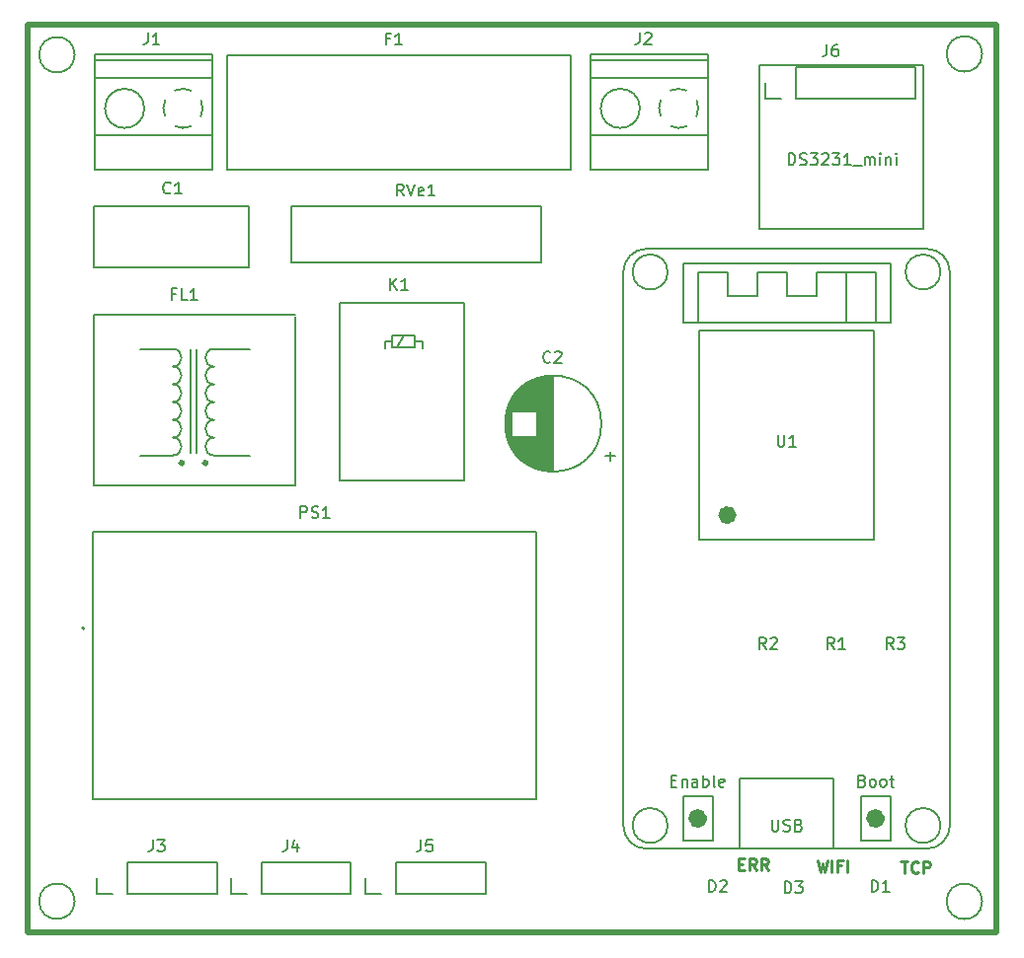
<source format=gto>
%TF.GenerationSoftware,KiCad,Pcbnew,7.0.2-6a45011f42~172~ubuntu22.10.1*%
%TF.CreationDate,2023-05-26T16:24:23+05:00*%
%TF.ProjectId,IOTV,494f5456-2e6b-4696-9361-645f70636258,rev?*%
%TF.SameCoordinates,Original*%
%TF.FileFunction,Legend,Top*%
%TF.FilePolarity,Positive*%
%FSLAX46Y46*%
G04 Gerber Fmt 4.6, Leading zero omitted, Abs format (unit mm)*
G04 Created by KiCad (PCBNEW 7.0.2-6a45011f42~172~ubuntu22.10.1) date 2023-05-26 16:24:23*
%MOMM*%
%LPD*%
G01*
G04 APERTURE LIST*
%ADD10C,0.150000*%
%ADD11C,0.250000*%
%ADD12C,0.200000*%
%ADD13C,1.000000*%
%ADD14C,0.800000*%
%ADD15C,0.120000*%
%ADD16C,0.400000*%
%TA.AperFunction,Profile*%
%ADD17C,0.150000*%
%TD*%
%TA.AperFunction,Profile*%
%ADD18C,0.500000*%
%TD*%
G04 APERTURE END LIST*
D10*
X164394000Y-65704000D02*
X164394000Y-51704000D01*
X178394000Y-51704000D02*
X178394000Y-65704000D01*
X164394000Y-51704000D02*
X178394000Y-51704000D01*
X178394000Y-65704000D02*
X164394000Y-65704000D01*
D11*
X162615714Y-120257809D02*
X162949047Y-120257809D01*
X163091904Y-120781619D02*
X162615714Y-120781619D01*
X162615714Y-120781619D02*
X162615714Y-119781619D01*
X162615714Y-119781619D02*
X163091904Y-119781619D01*
X164091904Y-120781619D02*
X163758571Y-120305428D01*
X163520476Y-120781619D02*
X163520476Y-119781619D01*
X163520476Y-119781619D02*
X163901428Y-119781619D01*
X163901428Y-119781619D02*
X163996666Y-119829238D01*
X163996666Y-119829238D02*
X164044285Y-119876857D01*
X164044285Y-119876857D02*
X164091904Y-119972095D01*
X164091904Y-119972095D02*
X164091904Y-120114952D01*
X164091904Y-120114952D02*
X164044285Y-120210190D01*
X164044285Y-120210190D02*
X163996666Y-120257809D01*
X163996666Y-120257809D02*
X163901428Y-120305428D01*
X163901428Y-120305428D02*
X163520476Y-120305428D01*
X165091904Y-120781619D02*
X164758571Y-120305428D01*
X164520476Y-120781619D02*
X164520476Y-119781619D01*
X164520476Y-119781619D02*
X164901428Y-119781619D01*
X164901428Y-119781619D02*
X164996666Y-119829238D01*
X164996666Y-119829238D02*
X165044285Y-119876857D01*
X165044285Y-119876857D02*
X165091904Y-119972095D01*
X165091904Y-119972095D02*
X165091904Y-120114952D01*
X165091904Y-120114952D02*
X165044285Y-120210190D01*
X165044285Y-120210190D02*
X164996666Y-120257809D01*
X164996666Y-120257809D02*
X164901428Y-120305428D01*
X164901428Y-120305428D02*
X164520476Y-120305428D01*
X176514286Y-120035619D02*
X177085714Y-120035619D01*
X176800000Y-121035619D02*
X176800000Y-120035619D01*
X177990476Y-120940380D02*
X177942857Y-120988000D01*
X177942857Y-120988000D02*
X177800000Y-121035619D01*
X177800000Y-121035619D02*
X177704762Y-121035619D01*
X177704762Y-121035619D02*
X177561905Y-120988000D01*
X177561905Y-120988000D02*
X177466667Y-120892761D01*
X177466667Y-120892761D02*
X177419048Y-120797523D01*
X177419048Y-120797523D02*
X177371429Y-120607047D01*
X177371429Y-120607047D02*
X177371429Y-120464190D01*
X177371429Y-120464190D02*
X177419048Y-120273714D01*
X177419048Y-120273714D02*
X177466667Y-120178476D01*
X177466667Y-120178476D02*
X177561905Y-120083238D01*
X177561905Y-120083238D02*
X177704762Y-120035619D01*
X177704762Y-120035619D02*
X177800000Y-120035619D01*
X177800000Y-120035619D02*
X177942857Y-120083238D01*
X177942857Y-120083238D02*
X177990476Y-120130857D01*
X178419048Y-121035619D02*
X178419048Y-120035619D01*
X178419048Y-120035619D02*
X178800000Y-120035619D01*
X178800000Y-120035619D02*
X178895238Y-120083238D01*
X178895238Y-120083238D02*
X178942857Y-120130857D01*
X178942857Y-120130857D02*
X178990476Y-120226095D01*
X178990476Y-120226095D02*
X178990476Y-120368952D01*
X178990476Y-120368952D02*
X178942857Y-120464190D01*
X178942857Y-120464190D02*
X178895238Y-120511809D01*
X178895238Y-120511809D02*
X178800000Y-120559428D01*
X178800000Y-120559428D02*
X178419048Y-120559428D01*
X169346667Y-119911619D02*
X169584762Y-120911619D01*
X169584762Y-120911619D02*
X169775238Y-120197333D01*
X169775238Y-120197333D02*
X169965714Y-120911619D01*
X169965714Y-120911619D02*
X170203810Y-119911619D01*
X170584762Y-120911619D02*
X170584762Y-119911619D01*
X171394285Y-120387809D02*
X171060952Y-120387809D01*
X171060952Y-120911619D02*
X171060952Y-119911619D01*
X171060952Y-119911619D02*
X171537142Y-119911619D01*
X171918095Y-120911619D02*
X171918095Y-119911619D01*
D10*
X166881753Y-60254219D02*
X166881753Y-59254219D01*
X166881753Y-59254219D02*
X167119848Y-59254219D01*
X167119848Y-59254219D02*
X167262705Y-59301838D01*
X167262705Y-59301838D02*
X167357943Y-59397076D01*
X167357943Y-59397076D02*
X167405562Y-59492314D01*
X167405562Y-59492314D02*
X167453181Y-59682790D01*
X167453181Y-59682790D02*
X167453181Y-59825647D01*
X167453181Y-59825647D02*
X167405562Y-60016123D01*
X167405562Y-60016123D02*
X167357943Y-60111361D01*
X167357943Y-60111361D02*
X167262705Y-60206600D01*
X167262705Y-60206600D02*
X167119848Y-60254219D01*
X167119848Y-60254219D02*
X166881753Y-60254219D01*
X167834134Y-60206600D02*
X167976991Y-60254219D01*
X167976991Y-60254219D02*
X168215086Y-60254219D01*
X168215086Y-60254219D02*
X168310324Y-60206600D01*
X168310324Y-60206600D02*
X168357943Y-60158980D01*
X168357943Y-60158980D02*
X168405562Y-60063742D01*
X168405562Y-60063742D02*
X168405562Y-59968504D01*
X168405562Y-59968504D02*
X168357943Y-59873266D01*
X168357943Y-59873266D02*
X168310324Y-59825647D01*
X168310324Y-59825647D02*
X168215086Y-59778028D01*
X168215086Y-59778028D02*
X168024610Y-59730409D01*
X168024610Y-59730409D02*
X167929372Y-59682790D01*
X167929372Y-59682790D02*
X167881753Y-59635171D01*
X167881753Y-59635171D02*
X167834134Y-59539933D01*
X167834134Y-59539933D02*
X167834134Y-59444695D01*
X167834134Y-59444695D02*
X167881753Y-59349457D01*
X167881753Y-59349457D02*
X167929372Y-59301838D01*
X167929372Y-59301838D02*
X168024610Y-59254219D01*
X168024610Y-59254219D02*
X168262705Y-59254219D01*
X168262705Y-59254219D02*
X168405562Y-59301838D01*
X168738896Y-59254219D02*
X169357943Y-59254219D01*
X169357943Y-59254219D02*
X169024610Y-59635171D01*
X169024610Y-59635171D02*
X169167467Y-59635171D01*
X169167467Y-59635171D02*
X169262705Y-59682790D01*
X169262705Y-59682790D02*
X169310324Y-59730409D01*
X169310324Y-59730409D02*
X169357943Y-59825647D01*
X169357943Y-59825647D02*
X169357943Y-60063742D01*
X169357943Y-60063742D02*
X169310324Y-60158980D01*
X169310324Y-60158980D02*
X169262705Y-60206600D01*
X169262705Y-60206600D02*
X169167467Y-60254219D01*
X169167467Y-60254219D02*
X168881753Y-60254219D01*
X168881753Y-60254219D02*
X168786515Y-60206600D01*
X168786515Y-60206600D02*
X168738896Y-60158980D01*
X169738896Y-59349457D02*
X169786515Y-59301838D01*
X169786515Y-59301838D02*
X169881753Y-59254219D01*
X169881753Y-59254219D02*
X170119848Y-59254219D01*
X170119848Y-59254219D02*
X170215086Y-59301838D01*
X170215086Y-59301838D02*
X170262705Y-59349457D01*
X170262705Y-59349457D02*
X170310324Y-59444695D01*
X170310324Y-59444695D02*
X170310324Y-59539933D01*
X170310324Y-59539933D02*
X170262705Y-59682790D01*
X170262705Y-59682790D02*
X169691277Y-60254219D01*
X169691277Y-60254219D02*
X170310324Y-60254219D01*
X170643658Y-59254219D02*
X171262705Y-59254219D01*
X171262705Y-59254219D02*
X170929372Y-59635171D01*
X170929372Y-59635171D02*
X171072229Y-59635171D01*
X171072229Y-59635171D02*
X171167467Y-59682790D01*
X171167467Y-59682790D02*
X171215086Y-59730409D01*
X171215086Y-59730409D02*
X171262705Y-59825647D01*
X171262705Y-59825647D02*
X171262705Y-60063742D01*
X171262705Y-60063742D02*
X171215086Y-60158980D01*
X171215086Y-60158980D02*
X171167467Y-60206600D01*
X171167467Y-60206600D02*
X171072229Y-60254219D01*
X171072229Y-60254219D02*
X170786515Y-60254219D01*
X170786515Y-60254219D02*
X170691277Y-60206600D01*
X170691277Y-60206600D02*
X170643658Y-60158980D01*
X172215086Y-60254219D02*
X171643658Y-60254219D01*
X171929372Y-60254219D02*
X171929372Y-59254219D01*
X171929372Y-59254219D02*
X171834134Y-59397076D01*
X171834134Y-59397076D02*
X171738896Y-59492314D01*
X171738896Y-59492314D02*
X171643658Y-59539933D01*
X172405563Y-60349457D02*
X173167467Y-60349457D01*
X173405563Y-60254219D02*
X173405563Y-59587552D01*
X173405563Y-59682790D02*
X173453182Y-59635171D01*
X173453182Y-59635171D02*
X173548420Y-59587552D01*
X173548420Y-59587552D02*
X173691277Y-59587552D01*
X173691277Y-59587552D02*
X173786515Y-59635171D01*
X173786515Y-59635171D02*
X173834134Y-59730409D01*
X173834134Y-59730409D02*
X173834134Y-60254219D01*
X173834134Y-59730409D02*
X173881753Y-59635171D01*
X173881753Y-59635171D02*
X173976991Y-59587552D01*
X173976991Y-59587552D02*
X174119848Y-59587552D01*
X174119848Y-59587552D02*
X174215087Y-59635171D01*
X174215087Y-59635171D02*
X174262706Y-59730409D01*
X174262706Y-59730409D02*
X174262706Y-60254219D01*
X174738896Y-60254219D02*
X174738896Y-59587552D01*
X174738896Y-59254219D02*
X174691277Y-59301838D01*
X174691277Y-59301838D02*
X174738896Y-59349457D01*
X174738896Y-59349457D02*
X174786515Y-59301838D01*
X174786515Y-59301838D02*
X174738896Y-59254219D01*
X174738896Y-59254219D02*
X174738896Y-59349457D01*
X175215086Y-59587552D02*
X175215086Y-60254219D01*
X175215086Y-59682790D02*
X175262705Y-59635171D01*
X175262705Y-59635171D02*
X175357943Y-59587552D01*
X175357943Y-59587552D02*
X175500800Y-59587552D01*
X175500800Y-59587552D02*
X175596038Y-59635171D01*
X175596038Y-59635171D02*
X175643657Y-59730409D01*
X175643657Y-59730409D02*
X175643657Y-60254219D01*
X176119848Y-60254219D02*
X176119848Y-59587552D01*
X176119848Y-59254219D02*
X176072229Y-59301838D01*
X176072229Y-59301838D02*
X176119848Y-59349457D01*
X176119848Y-59349457D02*
X176167467Y-59301838D01*
X176167467Y-59301838D02*
X176119848Y-59254219D01*
X176119848Y-59254219D02*
X176119848Y-59349457D01*
%TO.C,C1*%
X113877333Y-62641380D02*
X113829714Y-62689000D01*
X113829714Y-62689000D02*
X113686857Y-62736619D01*
X113686857Y-62736619D02*
X113591619Y-62736619D01*
X113591619Y-62736619D02*
X113448762Y-62689000D01*
X113448762Y-62689000D02*
X113353524Y-62593761D01*
X113353524Y-62593761D02*
X113305905Y-62498523D01*
X113305905Y-62498523D02*
X113258286Y-62308047D01*
X113258286Y-62308047D02*
X113258286Y-62165190D01*
X113258286Y-62165190D02*
X113305905Y-61974714D01*
X113305905Y-61974714D02*
X113353524Y-61879476D01*
X113353524Y-61879476D02*
X113448762Y-61784238D01*
X113448762Y-61784238D02*
X113591619Y-61736619D01*
X113591619Y-61736619D02*
X113686857Y-61736619D01*
X113686857Y-61736619D02*
X113829714Y-61784238D01*
X113829714Y-61784238D02*
X113877333Y-61831857D01*
X114829714Y-62736619D02*
X114258286Y-62736619D01*
X114544000Y-62736619D02*
X114544000Y-61736619D01*
X114544000Y-61736619D02*
X114448762Y-61879476D01*
X114448762Y-61879476D02*
X114353524Y-61974714D01*
X114353524Y-61974714D02*
X114258286Y-62022333D01*
%TO.C,D2*%
X160043905Y-122636619D02*
X160043905Y-121636619D01*
X160043905Y-121636619D02*
X160282000Y-121636619D01*
X160282000Y-121636619D02*
X160424857Y-121684238D01*
X160424857Y-121684238D02*
X160520095Y-121779476D01*
X160520095Y-121779476D02*
X160567714Y-121874714D01*
X160567714Y-121874714D02*
X160615333Y-122065190D01*
X160615333Y-122065190D02*
X160615333Y-122208047D01*
X160615333Y-122208047D02*
X160567714Y-122398523D01*
X160567714Y-122398523D02*
X160520095Y-122493761D01*
X160520095Y-122493761D02*
X160424857Y-122589000D01*
X160424857Y-122589000D02*
X160282000Y-122636619D01*
X160282000Y-122636619D02*
X160043905Y-122636619D01*
X160996286Y-121731857D02*
X161043905Y-121684238D01*
X161043905Y-121684238D02*
X161139143Y-121636619D01*
X161139143Y-121636619D02*
X161377238Y-121636619D01*
X161377238Y-121636619D02*
X161472476Y-121684238D01*
X161472476Y-121684238D02*
X161520095Y-121731857D01*
X161520095Y-121731857D02*
X161567714Y-121827095D01*
X161567714Y-121827095D02*
X161567714Y-121922333D01*
X161567714Y-121922333D02*
X161520095Y-122065190D01*
X161520095Y-122065190D02*
X160948667Y-122636619D01*
X160948667Y-122636619D02*
X161567714Y-122636619D01*
%TO.C,J3*%
X112360666Y-118166619D02*
X112360666Y-118880904D01*
X112360666Y-118880904D02*
X112313047Y-119023761D01*
X112313047Y-119023761D02*
X112217809Y-119119000D01*
X112217809Y-119119000D02*
X112074952Y-119166619D01*
X112074952Y-119166619D02*
X111979714Y-119166619D01*
X112741619Y-118166619D02*
X113360666Y-118166619D01*
X113360666Y-118166619D02*
X113027333Y-118547571D01*
X113027333Y-118547571D02*
X113170190Y-118547571D01*
X113170190Y-118547571D02*
X113265428Y-118595190D01*
X113265428Y-118595190D02*
X113313047Y-118642809D01*
X113313047Y-118642809D02*
X113360666Y-118738047D01*
X113360666Y-118738047D02*
X113360666Y-118976142D01*
X113360666Y-118976142D02*
X113313047Y-119071380D01*
X113313047Y-119071380D02*
X113265428Y-119119000D01*
X113265428Y-119119000D02*
X113170190Y-119166619D01*
X113170190Y-119166619D02*
X112884476Y-119166619D01*
X112884476Y-119166619D02*
X112789238Y-119119000D01*
X112789238Y-119119000D02*
X112741619Y-119071380D01*
%TO.C,J5*%
X135360666Y-118166619D02*
X135360666Y-118880904D01*
X135360666Y-118880904D02*
X135313047Y-119023761D01*
X135313047Y-119023761D02*
X135217809Y-119119000D01*
X135217809Y-119119000D02*
X135074952Y-119166619D01*
X135074952Y-119166619D02*
X134979714Y-119166619D01*
X136313047Y-118166619D02*
X135836857Y-118166619D01*
X135836857Y-118166619D02*
X135789238Y-118642809D01*
X135789238Y-118642809D02*
X135836857Y-118595190D01*
X135836857Y-118595190D02*
X135932095Y-118547571D01*
X135932095Y-118547571D02*
X136170190Y-118547571D01*
X136170190Y-118547571D02*
X136265428Y-118595190D01*
X136265428Y-118595190D02*
X136313047Y-118642809D01*
X136313047Y-118642809D02*
X136360666Y-118738047D01*
X136360666Y-118738047D02*
X136360666Y-118976142D01*
X136360666Y-118976142D02*
X136313047Y-119071380D01*
X136313047Y-119071380D02*
X136265428Y-119119000D01*
X136265428Y-119119000D02*
X136170190Y-119166619D01*
X136170190Y-119166619D02*
X135932095Y-119166619D01*
X135932095Y-119166619D02*
X135836857Y-119119000D01*
X135836857Y-119119000D02*
X135789238Y-119071380D01*
%TO.C,R3*%
X175855333Y-101808619D02*
X175522000Y-101332428D01*
X175283905Y-101808619D02*
X175283905Y-100808619D01*
X175283905Y-100808619D02*
X175664857Y-100808619D01*
X175664857Y-100808619D02*
X175760095Y-100856238D01*
X175760095Y-100856238D02*
X175807714Y-100903857D01*
X175807714Y-100903857D02*
X175855333Y-100999095D01*
X175855333Y-100999095D02*
X175855333Y-101141952D01*
X175855333Y-101141952D02*
X175807714Y-101237190D01*
X175807714Y-101237190D02*
X175760095Y-101284809D01*
X175760095Y-101284809D02*
X175664857Y-101332428D01*
X175664857Y-101332428D02*
X175283905Y-101332428D01*
X176188667Y-100808619D02*
X176807714Y-100808619D01*
X176807714Y-100808619D02*
X176474381Y-101189571D01*
X176474381Y-101189571D02*
X176617238Y-101189571D01*
X176617238Y-101189571D02*
X176712476Y-101237190D01*
X176712476Y-101237190D02*
X176760095Y-101284809D01*
X176760095Y-101284809D02*
X176807714Y-101380047D01*
X176807714Y-101380047D02*
X176807714Y-101618142D01*
X176807714Y-101618142D02*
X176760095Y-101713380D01*
X176760095Y-101713380D02*
X176712476Y-101761000D01*
X176712476Y-101761000D02*
X176617238Y-101808619D01*
X176617238Y-101808619D02*
X176331524Y-101808619D01*
X176331524Y-101808619D02*
X176236286Y-101761000D01*
X176236286Y-101761000D02*
X176188667Y-101713380D01*
%TO.C,F1*%
X132661666Y-49416809D02*
X132328333Y-49416809D01*
X132328333Y-49940619D02*
X132328333Y-48940619D01*
X132328333Y-48940619D02*
X132804523Y-48940619D01*
X133709285Y-49940619D02*
X133137857Y-49940619D01*
X133423571Y-49940619D02*
X133423571Y-48940619D01*
X133423571Y-48940619D02*
X133328333Y-49083476D01*
X133328333Y-49083476D02*
X133233095Y-49178714D01*
X133233095Y-49178714D02*
X133137857Y-49226333D01*
%TO.C,PS1*%
X125023714Y-90556419D02*
X125023714Y-89556419D01*
X125023714Y-89556419D02*
X125404666Y-89556419D01*
X125404666Y-89556419D02*
X125499904Y-89604038D01*
X125499904Y-89604038D02*
X125547523Y-89651657D01*
X125547523Y-89651657D02*
X125595142Y-89746895D01*
X125595142Y-89746895D02*
X125595142Y-89889752D01*
X125595142Y-89889752D02*
X125547523Y-89984990D01*
X125547523Y-89984990D02*
X125499904Y-90032609D01*
X125499904Y-90032609D02*
X125404666Y-90080228D01*
X125404666Y-90080228D02*
X125023714Y-90080228D01*
X125976095Y-90508800D02*
X126118952Y-90556419D01*
X126118952Y-90556419D02*
X126357047Y-90556419D01*
X126357047Y-90556419D02*
X126452285Y-90508800D01*
X126452285Y-90508800D02*
X126499904Y-90461180D01*
X126499904Y-90461180D02*
X126547523Y-90365942D01*
X126547523Y-90365942D02*
X126547523Y-90270704D01*
X126547523Y-90270704D02*
X126499904Y-90175466D01*
X126499904Y-90175466D02*
X126452285Y-90127847D01*
X126452285Y-90127847D02*
X126357047Y-90080228D01*
X126357047Y-90080228D02*
X126166571Y-90032609D01*
X126166571Y-90032609D02*
X126071333Y-89984990D01*
X126071333Y-89984990D02*
X126023714Y-89937371D01*
X126023714Y-89937371D02*
X125976095Y-89842133D01*
X125976095Y-89842133D02*
X125976095Y-89746895D01*
X125976095Y-89746895D02*
X126023714Y-89651657D01*
X126023714Y-89651657D02*
X126071333Y-89604038D01*
X126071333Y-89604038D02*
X126166571Y-89556419D01*
X126166571Y-89556419D02*
X126404666Y-89556419D01*
X126404666Y-89556419D02*
X126547523Y-89604038D01*
X127499904Y-90556419D02*
X126928476Y-90556419D01*
X127214190Y-90556419D02*
X127214190Y-89556419D01*
X127214190Y-89556419D02*
X127118952Y-89699276D01*
X127118952Y-89699276D02*
X127023714Y-89794514D01*
X127023714Y-89794514D02*
X126928476Y-89842133D01*
%TO.C,D1*%
X173991905Y-122626619D02*
X173991905Y-121626619D01*
X173991905Y-121626619D02*
X174230000Y-121626619D01*
X174230000Y-121626619D02*
X174372857Y-121674238D01*
X174372857Y-121674238D02*
X174468095Y-121769476D01*
X174468095Y-121769476D02*
X174515714Y-121864714D01*
X174515714Y-121864714D02*
X174563333Y-122055190D01*
X174563333Y-122055190D02*
X174563333Y-122198047D01*
X174563333Y-122198047D02*
X174515714Y-122388523D01*
X174515714Y-122388523D02*
X174468095Y-122483761D01*
X174468095Y-122483761D02*
X174372857Y-122579000D01*
X174372857Y-122579000D02*
X174230000Y-122626619D01*
X174230000Y-122626619D02*
X173991905Y-122626619D01*
X175515714Y-122626619D02*
X174944286Y-122626619D01*
X175230000Y-122626619D02*
X175230000Y-121626619D01*
X175230000Y-121626619D02*
X175134762Y-121769476D01*
X175134762Y-121769476D02*
X175039524Y-121864714D01*
X175039524Y-121864714D02*
X174944286Y-121912333D01*
%TO.C,R2*%
X164933333Y-101808619D02*
X164600000Y-101332428D01*
X164361905Y-101808619D02*
X164361905Y-100808619D01*
X164361905Y-100808619D02*
X164742857Y-100808619D01*
X164742857Y-100808619D02*
X164838095Y-100856238D01*
X164838095Y-100856238D02*
X164885714Y-100903857D01*
X164885714Y-100903857D02*
X164933333Y-100999095D01*
X164933333Y-100999095D02*
X164933333Y-101141952D01*
X164933333Y-101141952D02*
X164885714Y-101237190D01*
X164885714Y-101237190D02*
X164838095Y-101284809D01*
X164838095Y-101284809D02*
X164742857Y-101332428D01*
X164742857Y-101332428D02*
X164361905Y-101332428D01*
X165314286Y-100903857D02*
X165361905Y-100856238D01*
X165361905Y-100856238D02*
X165457143Y-100808619D01*
X165457143Y-100808619D02*
X165695238Y-100808619D01*
X165695238Y-100808619D02*
X165790476Y-100856238D01*
X165790476Y-100856238D02*
X165838095Y-100903857D01*
X165838095Y-100903857D02*
X165885714Y-100999095D01*
X165885714Y-100999095D02*
X165885714Y-101094333D01*
X165885714Y-101094333D02*
X165838095Y-101237190D01*
X165838095Y-101237190D02*
X165266667Y-101808619D01*
X165266667Y-101808619D02*
X165885714Y-101808619D01*
%TO.C,J1*%
X111919666Y-48916619D02*
X111919666Y-49630904D01*
X111919666Y-49630904D02*
X111872047Y-49773761D01*
X111872047Y-49773761D02*
X111776809Y-49869000D01*
X111776809Y-49869000D02*
X111633952Y-49916619D01*
X111633952Y-49916619D02*
X111538714Y-49916619D01*
X112919666Y-49916619D02*
X112348238Y-49916619D01*
X112633952Y-49916619D02*
X112633952Y-48916619D01*
X112633952Y-48916619D02*
X112538714Y-49059476D01*
X112538714Y-49059476D02*
X112443476Y-49154714D01*
X112443476Y-49154714D02*
X112348238Y-49202333D01*
%TO.C,J4*%
X123860666Y-118166619D02*
X123860666Y-118880904D01*
X123860666Y-118880904D02*
X123813047Y-119023761D01*
X123813047Y-119023761D02*
X123717809Y-119119000D01*
X123717809Y-119119000D02*
X123574952Y-119166619D01*
X123574952Y-119166619D02*
X123479714Y-119166619D01*
X124765428Y-118499952D02*
X124765428Y-119166619D01*
X124527333Y-118119000D02*
X124289238Y-118833285D01*
X124289238Y-118833285D02*
X124908285Y-118833285D01*
%TO.C,U1*%
X165938295Y-83414819D02*
X165938295Y-84224342D01*
X165938295Y-84224342D02*
X165985914Y-84319580D01*
X165985914Y-84319580D02*
X166033533Y-84367200D01*
X166033533Y-84367200D02*
X166128771Y-84414819D01*
X166128771Y-84414819D02*
X166319247Y-84414819D01*
X166319247Y-84414819D02*
X166414485Y-84367200D01*
X166414485Y-84367200D02*
X166462104Y-84319580D01*
X166462104Y-84319580D02*
X166509723Y-84224342D01*
X166509723Y-84224342D02*
X166509723Y-83414819D01*
X167509723Y-84414819D02*
X166938295Y-84414819D01*
X167224009Y-84414819D02*
X167224009Y-83414819D01*
X167224009Y-83414819D02*
X167128771Y-83557676D01*
X167128771Y-83557676D02*
X167033533Y-83652914D01*
X167033533Y-83652914D02*
X166938295Y-83700533D01*
X165438295Y-116434819D02*
X165438295Y-117244342D01*
X165438295Y-117244342D02*
X165485914Y-117339580D01*
X165485914Y-117339580D02*
X165533533Y-117387200D01*
X165533533Y-117387200D02*
X165628771Y-117434819D01*
X165628771Y-117434819D02*
X165819247Y-117434819D01*
X165819247Y-117434819D02*
X165914485Y-117387200D01*
X165914485Y-117387200D02*
X165962104Y-117339580D01*
X165962104Y-117339580D02*
X166009723Y-117244342D01*
X166009723Y-117244342D02*
X166009723Y-116434819D01*
X166438295Y-117387200D02*
X166581152Y-117434819D01*
X166581152Y-117434819D02*
X166819247Y-117434819D01*
X166819247Y-117434819D02*
X166914485Y-117387200D01*
X166914485Y-117387200D02*
X166962104Y-117339580D01*
X166962104Y-117339580D02*
X167009723Y-117244342D01*
X167009723Y-117244342D02*
X167009723Y-117149104D01*
X167009723Y-117149104D02*
X166962104Y-117053866D01*
X166962104Y-117053866D02*
X166914485Y-117006247D01*
X166914485Y-117006247D02*
X166819247Y-116958628D01*
X166819247Y-116958628D02*
X166628771Y-116911009D01*
X166628771Y-116911009D02*
X166533533Y-116863390D01*
X166533533Y-116863390D02*
X166485914Y-116815771D01*
X166485914Y-116815771D02*
X166438295Y-116720533D01*
X166438295Y-116720533D02*
X166438295Y-116625295D01*
X166438295Y-116625295D02*
X166485914Y-116530057D01*
X166485914Y-116530057D02*
X166533533Y-116482438D01*
X166533533Y-116482438D02*
X166628771Y-116434819D01*
X166628771Y-116434819D02*
X166866866Y-116434819D01*
X166866866Y-116434819D02*
X167009723Y-116482438D01*
X167771628Y-116911009D02*
X167914485Y-116958628D01*
X167914485Y-116958628D02*
X167962104Y-117006247D01*
X167962104Y-117006247D02*
X168009723Y-117101485D01*
X168009723Y-117101485D02*
X168009723Y-117244342D01*
X168009723Y-117244342D02*
X167962104Y-117339580D01*
X167962104Y-117339580D02*
X167914485Y-117387200D01*
X167914485Y-117387200D02*
X167819247Y-117434819D01*
X167819247Y-117434819D02*
X167438295Y-117434819D01*
X167438295Y-117434819D02*
X167438295Y-116434819D01*
X167438295Y-116434819D02*
X167771628Y-116434819D01*
X167771628Y-116434819D02*
X167866866Y-116482438D01*
X167866866Y-116482438D02*
X167914485Y-116530057D01*
X167914485Y-116530057D02*
X167962104Y-116625295D01*
X167962104Y-116625295D02*
X167962104Y-116720533D01*
X167962104Y-116720533D02*
X167914485Y-116815771D01*
X167914485Y-116815771D02*
X167866866Y-116863390D01*
X167866866Y-116863390D02*
X167771628Y-116911009D01*
X167771628Y-116911009D02*
X167438295Y-116911009D01*
X156818295Y-113101009D02*
X157151628Y-113101009D01*
X157294485Y-113624819D02*
X156818295Y-113624819D01*
X156818295Y-113624819D02*
X156818295Y-112624819D01*
X156818295Y-112624819D02*
X157294485Y-112624819D01*
X157723057Y-112958152D02*
X157723057Y-113624819D01*
X157723057Y-113053390D02*
X157770676Y-113005771D01*
X157770676Y-113005771D02*
X157865914Y-112958152D01*
X157865914Y-112958152D02*
X158008771Y-112958152D01*
X158008771Y-112958152D02*
X158104009Y-113005771D01*
X158104009Y-113005771D02*
X158151628Y-113101009D01*
X158151628Y-113101009D02*
X158151628Y-113624819D01*
X159056390Y-113624819D02*
X159056390Y-113101009D01*
X159056390Y-113101009D02*
X159008771Y-113005771D01*
X159008771Y-113005771D02*
X158913533Y-112958152D01*
X158913533Y-112958152D02*
X158723057Y-112958152D01*
X158723057Y-112958152D02*
X158627819Y-113005771D01*
X159056390Y-113577200D02*
X158961152Y-113624819D01*
X158961152Y-113624819D02*
X158723057Y-113624819D01*
X158723057Y-113624819D02*
X158627819Y-113577200D01*
X158627819Y-113577200D02*
X158580200Y-113481961D01*
X158580200Y-113481961D02*
X158580200Y-113386723D01*
X158580200Y-113386723D02*
X158627819Y-113291485D01*
X158627819Y-113291485D02*
X158723057Y-113243866D01*
X158723057Y-113243866D02*
X158961152Y-113243866D01*
X158961152Y-113243866D02*
X159056390Y-113196247D01*
X159532581Y-113624819D02*
X159532581Y-112624819D01*
X159532581Y-113005771D02*
X159627819Y-112958152D01*
X159627819Y-112958152D02*
X159818295Y-112958152D01*
X159818295Y-112958152D02*
X159913533Y-113005771D01*
X159913533Y-113005771D02*
X159961152Y-113053390D01*
X159961152Y-113053390D02*
X160008771Y-113148628D01*
X160008771Y-113148628D02*
X160008771Y-113434342D01*
X160008771Y-113434342D02*
X159961152Y-113529580D01*
X159961152Y-113529580D02*
X159913533Y-113577200D01*
X159913533Y-113577200D02*
X159818295Y-113624819D01*
X159818295Y-113624819D02*
X159627819Y-113624819D01*
X159627819Y-113624819D02*
X159532581Y-113577200D01*
X160580200Y-113624819D02*
X160484962Y-113577200D01*
X160484962Y-113577200D02*
X160437343Y-113481961D01*
X160437343Y-113481961D02*
X160437343Y-112624819D01*
X161342105Y-113577200D02*
X161246867Y-113624819D01*
X161246867Y-113624819D02*
X161056391Y-113624819D01*
X161056391Y-113624819D02*
X160961153Y-113577200D01*
X160961153Y-113577200D02*
X160913534Y-113481961D01*
X160913534Y-113481961D02*
X160913534Y-113101009D01*
X160913534Y-113101009D02*
X160961153Y-113005771D01*
X160961153Y-113005771D02*
X161056391Y-112958152D01*
X161056391Y-112958152D02*
X161246867Y-112958152D01*
X161246867Y-112958152D02*
X161342105Y-113005771D01*
X161342105Y-113005771D02*
X161389724Y-113101009D01*
X161389724Y-113101009D02*
X161389724Y-113196247D01*
X161389724Y-113196247D02*
X160913534Y-113291485D01*
X173201152Y-113101009D02*
X173344009Y-113148628D01*
X173344009Y-113148628D02*
X173391628Y-113196247D01*
X173391628Y-113196247D02*
X173439247Y-113291485D01*
X173439247Y-113291485D02*
X173439247Y-113434342D01*
X173439247Y-113434342D02*
X173391628Y-113529580D01*
X173391628Y-113529580D02*
X173344009Y-113577200D01*
X173344009Y-113577200D02*
X173248771Y-113624819D01*
X173248771Y-113624819D02*
X172867819Y-113624819D01*
X172867819Y-113624819D02*
X172867819Y-112624819D01*
X172867819Y-112624819D02*
X173201152Y-112624819D01*
X173201152Y-112624819D02*
X173296390Y-112672438D01*
X173296390Y-112672438D02*
X173344009Y-112720057D01*
X173344009Y-112720057D02*
X173391628Y-112815295D01*
X173391628Y-112815295D02*
X173391628Y-112910533D01*
X173391628Y-112910533D02*
X173344009Y-113005771D01*
X173344009Y-113005771D02*
X173296390Y-113053390D01*
X173296390Y-113053390D02*
X173201152Y-113101009D01*
X173201152Y-113101009D02*
X172867819Y-113101009D01*
X174010676Y-113624819D02*
X173915438Y-113577200D01*
X173915438Y-113577200D02*
X173867819Y-113529580D01*
X173867819Y-113529580D02*
X173820200Y-113434342D01*
X173820200Y-113434342D02*
X173820200Y-113148628D01*
X173820200Y-113148628D02*
X173867819Y-113053390D01*
X173867819Y-113053390D02*
X173915438Y-113005771D01*
X173915438Y-113005771D02*
X174010676Y-112958152D01*
X174010676Y-112958152D02*
X174153533Y-112958152D01*
X174153533Y-112958152D02*
X174248771Y-113005771D01*
X174248771Y-113005771D02*
X174296390Y-113053390D01*
X174296390Y-113053390D02*
X174344009Y-113148628D01*
X174344009Y-113148628D02*
X174344009Y-113434342D01*
X174344009Y-113434342D02*
X174296390Y-113529580D01*
X174296390Y-113529580D02*
X174248771Y-113577200D01*
X174248771Y-113577200D02*
X174153533Y-113624819D01*
X174153533Y-113624819D02*
X174010676Y-113624819D01*
X174915438Y-113624819D02*
X174820200Y-113577200D01*
X174820200Y-113577200D02*
X174772581Y-113529580D01*
X174772581Y-113529580D02*
X174724962Y-113434342D01*
X174724962Y-113434342D02*
X174724962Y-113148628D01*
X174724962Y-113148628D02*
X174772581Y-113053390D01*
X174772581Y-113053390D02*
X174820200Y-113005771D01*
X174820200Y-113005771D02*
X174915438Y-112958152D01*
X174915438Y-112958152D02*
X175058295Y-112958152D01*
X175058295Y-112958152D02*
X175153533Y-113005771D01*
X175153533Y-113005771D02*
X175201152Y-113053390D01*
X175201152Y-113053390D02*
X175248771Y-113148628D01*
X175248771Y-113148628D02*
X175248771Y-113434342D01*
X175248771Y-113434342D02*
X175201152Y-113529580D01*
X175201152Y-113529580D02*
X175153533Y-113577200D01*
X175153533Y-113577200D02*
X175058295Y-113624819D01*
X175058295Y-113624819D02*
X174915438Y-113624819D01*
X175534486Y-112958152D02*
X175915438Y-112958152D01*
X175677343Y-112624819D02*
X175677343Y-113481961D01*
X175677343Y-113481961D02*
X175724962Y-113577200D01*
X175724962Y-113577200D02*
X175820200Y-113624819D01*
X175820200Y-113624819D02*
X175915438Y-113624819D01*
%TO.C,K1*%
X132709905Y-70970619D02*
X132709905Y-69970619D01*
X133281333Y-70970619D02*
X132852762Y-70399190D01*
X133281333Y-69970619D02*
X132709905Y-70542047D01*
X134233714Y-70970619D02*
X133662286Y-70970619D01*
X133948000Y-70970619D02*
X133948000Y-69970619D01*
X133948000Y-69970619D02*
X133852762Y-70113476D01*
X133852762Y-70113476D02*
X133757524Y-70208714D01*
X133757524Y-70208714D02*
X133662286Y-70256333D01*
%TO.C,R1*%
X170775333Y-101808619D02*
X170442000Y-101332428D01*
X170203905Y-101808619D02*
X170203905Y-100808619D01*
X170203905Y-100808619D02*
X170584857Y-100808619D01*
X170584857Y-100808619D02*
X170680095Y-100856238D01*
X170680095Y-100856238D02*
X170727714Y-100903857D01*
X170727714Y-100903857D02*
X170775333Y-100999095D01*
X170775333Y-100999095D02*
X170775333Y-101141952D01*
X170775333Y-101141952D02*
X170727714Y-101237190D01*
X170727714Y-101237190D02*
X170680095Y-101284809D01*
X170680095Y-101284809D02*
X170584857Y-101332428D01*
X170584857Y-101332428D02*
X170203905Y-101332428D01*
X171727714Y-101808619D02*
X171156286Y-101808619D01*
X171442000Y-101808619D02*
X171442000Y-100808619D01*
X171442000Y-100808619D02*
X171346762Y-100951476D01*
X171346762Y-100951476D02*
X171251524Y-101046714D01*
X171251524Y-101046714D02*
X171156286Y-101094333D01*
%TO.C,C2*%
X146442133Y-77151580D02*
X146394514Y-77199200D01*
X146394514Y-77199200D02*
X146251657Y-77246819D01*
X146251657Y-77246819D02*
X146156419Y-77246819D01*
X146156419Y-77246819D02*
X146013562Y-77199200D01*
X146013562Y-77199200D02*
X145918324Y-77103961D01*
X145918324Y-77103961D02*
X145870705Y-77008723D01*
X145870705Y-77008723D02*
X145823086Y-76818247D01*
X145823086Y-76818247D02*
X145823086Y-76675390D01*
X145823086Y-76675390D02*
X145870705Y-76484914D01*
X145870705Y-76484914D02*
X145918324Y-76389676D01*
X145918324Y-76389676D02*
X146013562Y-76294438D01*
X146013562Y-76294438D02*
X146156419Y-76246819D01*
X146156419Y-76246819D02*
X146251657Y-76246819D01*
X146251657Y-76246819D02*
X146394514Y-76294438D01*
X146394514Y-76294438D02*
X146442133Y-76342057D01*
X146823086Y-76342057D02*
X146870705Y-76294438D01*
X146870705Y-76294438D02*
X146965943Y-76246819D01*
X146965943Y-76246819D02*
X147204038Y-76246819D01*
X147204038Y-76246819D02*
X147299276Y-76294438D01*
X147299276Y-76294438D02*
X147346895Y-76342057D01*
X147346895Y-76342057D02*
X147394514Y-76437295D01*
X147394514Y-76437295D02*
X147394514Y-76532533D01*
X147394514Y-76532533D02*
X147346895Y-76675390D01*
X147346895Y-76675390D02*
X146775467Y-77246819D01*
X146775467Y-77246819D02*
X147394514Y-77246819D01*
%TO.C,FL1*%
X114305904Y-71322809D02*
X113972571Y-71322809D01*
X113972571Y-71846619D02*
X113972571Y-70846619D01*
X113972571Y-70846619D02*
X114448761Y-70846619D01*
X115305904Y-71846619D02*
X114829714Y-71846619D01*
X114829714Y-71846619D02*
X114829714Y-70846619D01*
X116163047Y-71846619D02*
X115591619Y-71846619D01*
X115877333Y-71846619D02*
X115877333Y-70846619D01*
X115877333Y-70846619D02*
X115782095Y-70989476D01*
X115782095Y-70989476D02*
X115686857Y-71084714D01*
X115686857Y-71084714D02*
X115591619Y-71132333D01*
%TO.C,J2*%
X154110666Y-48916619D02*
X154110666Y-49630904D01*
X154110666Y-49630904D02*
X154063047Y-49773761D01*
X154063047Y-49773761D02*
X153967809Y-49869000D01*
X153967809Y-49869000D02*
X153824952Y-49916619D01*
X153824952Y-49916619D02*
X153729714Y-49916619D01*
X154539238Y-49011857D02*
X154586857Y-48964238D01*
X154586857Y-48964238D02*
X154682095Y-48916619D01*
X154682095Y-48916619D02*
X154920190Y-48916619D01*
X154920190Y-48916619D02*
X155015428Y-48964238D01*
X155015428Y-48964238D02*
X155063047Y-49011857D01*
X155063047Y-49011857D02*
X155110666Y-49107095D01*
X155110666Y-49107095D02*
X155110666Y-49202333D01*
X155110666Y-49202333D02*
X155063047Y-49345190D01*
X155063047Y-49345190D02*
X154491619Y-49916619D01*
X154491619Y-49916619D02*
X155110666Y-49916619D01*
%TO.C,J6*%
X170150666Y-49916619D02*
X170150666Y-50630904D01*
X170150666Y-50630904D02*
X170103047Y-50773761D01*
X170103047Y-50773761D02*
X170007809Y-50869000D01*
X170007809Y-50869000D02*
X169864952Y-50916619D01*
X169864952Y-50916619D02*
X169769714Y-50916619D01*
X171055428Y-49916619D02*
X170864952Y-49916619D01*
X170864952Y-49916619D02*
X170769714Y-49964238D01*
X170769714Y-49964238D02*
X170722095Y-50011857D01*
X170722095Y-50011857D02*
X170626857Y-50154714D01*
X170626857Y-50154714D02*
X170579238Y-50345190D01*
X170579238Y-50345190D02*
X170579238Y-50726142D01*
X170579238Y-50726142D02*
X170626857Y-50821380D01*
X170626857Y-50821380D02*
X170674476Y-50869000D01*
X170674476Y-50869000D02*
X170769714Y-50916619D01*
X170769714Y-50916619D02*
X170960190Y-50916619D01*
X170960190Y-50916619D02*
X171055428Y-50869000D01*
X171055428Y-50869000D02*
X171103047Y-50821380D01*
X171103047Y-50821380D02*
X171150666Y-50726142D01*
X171150666Y-50726142D02*
X171150666Y-50488047D01*
X171150666Y-50488047D02*
X171103047Y-50392809D01*
X171103047Y-50392809D02*
X171055428Y-50345190D01*
X171055428Y-50345190D02*
X170960190Y-50297571D01*
X170960190Y-50297571D02*
X170769714Y-50297571D01*
X170769714Y-50297571D02*
X170674476Y-50345190D01*
X170674476Y-50345190D02*
X170626857Y-50392809D01*
X170626857Y-50392809D02*
X170579238Y-50488047D01*
%TO.C,RVe1*%
X133880190Y-62896619D02*
X133546857Y-62420428D01*
X133308762Y-62896619D02*
X133308762Y-61896619D01*
X133308762Y-61896619D02*
X133689714Y-61896619D01*
X133689714Y-61896619D02*
X133784952Y-61944238D01*
X133784952Y-61944238D02*
X133832571Y-61991857D01*
X133832571Y-61991857D02*
X133880190Y-62087095D01*
X133880190Y-62087095D02*
X133880190Y-62229952D01*
X133880190Y-62229952D02*
X133832571Y-62325190D01*
X133832571Y-62325190D02*
X133784952Y-62372809D01*
X133784952Y-62372809D02*
X133689714Y-62420428D01*
X133689714Y-62420428D02*
X133308762Y-62420428D01*
X134165905Y-61896619D02*
X134499238Y-62896619D01*
X134499238Y-62896619D02*
X134832571Y-61896619D01*
X135546857Y-62849000D02*
X135451619Y-62896619D01*
X135451619Y-62896619D02*
X135261143Y-62896619D01*
X135261143Y-62896619D02*
X135165905Y-62849000D01*
X135165905Y-62849000D02*
X135118286Y-62753761D01*
X135118286Y-62753761D02*
X135118286Y-62372809D01*
X135118286Y-62372809D02*
X135165905Y-62277571D01*
X135165905Y-62277571D02*
X135261143Y-62229952D01*
X135261143Y-62229952D02*
X135451619Y-62229952D01*
X135451619Y-62229952D02*
X135546857Y-62277571D01*
X135546857Y-62277571D02*
X135594476Y-62372809D01*
X135594476Y-62372809D02*
X135594476Y-62468047D01*
X135594476Y-62468047D02*
X135118286Y-62563285D01*
X136546857Y-62896619D02*
X135975429Y-62896619D01*
X136261143Y-62896619D02*
X136261143Y-61896619D01*
X136261143Y-61896619D02*
X136165905Y-62039476D01*
X136165905Y-62039476D02*
X136070667Y-62134714D01*
X136070667Y-62134714D02*
X135975429Y-62182333D01*
%TO.C,D3*%
X166536905Y-122746619D02*
X166536905Y-121746619D01*
X166536905Y-121746619D02*
X166775000Y-121746619D01*
X166775000Y-121746619D02*
X166917857Y-121794238D01*
X166917857Y-121794238D02*
X167013095Y-121889476D01*
X167013095Y-121889476D02*
X167060714Y-121984714D01*
X167060714Y-121984714D02*
X167108333Y-122175190D01*
X167108333Y-122175190D02*
X167108333Y-122318047D01*
X167108333Y-122318047D02*
X167060714Y-122508523D01*
X167060714Y-122508523D02*
X167013095Y-122603761D01*
X167013095Y-122603761D02*
X166917857Y-122699000D01*
X166917857Y-122699000D02*
X166775000Y-122746619D01*
X166775000Y-122746619D02*
X166536905Y-122746619D01*
X167441667Y-121746619D02*
X168060714Y-121746619D01*
X168060714Y-121746619D02*
X167727381Y-122127571D01*
X167727381Y-122127571D02*
X167870238Y-122127571D01*
X167870238Y-122127571D02*
X167965476Y-122175190D01*
X167965476Y-122175190D02*
X168013095Y-122222809D01*
X168013095Y-122222809D02*
X168060714Y-122318047D01*
X168060714Y-122318047D02*
X168060714Y-122556142D01*
X168060714Y-122556142D02*
X168013095Y-122651380D01*
X168013095Y-122651380D02*
X167965476Y-122699000D01*
X167965476Y-122699000D02*
X167870238Y-122746619D01*
X167870238Y-122746619D02*
X167584524Y-122746619D01*
X167584524Y-122746619D02*
X167489286Y-122699000D01*
X167489286Y-122699000D02*
X167441667Y-122651380D01*
%TO.C,C1*%
X120564000Y-69074000D02*
X120564000Y-63834000D01*
X120564000Y-69074000D02*
X107324000Y-69074000D01*
X120564000Y-63834000D02*
X107324000Y-63834000D01*
X107324000Y-69074000D02*
X107324000Y-63834000D01*
%TO.C,J3*%
X107564000Y-122784000D02*
X107564000Y-121454000D01*
X108894000Y-122784000D02*
X107564000Y-122784000D01*
X110164000Y-122784000D02*
X117844000Y-122784000D01*
X110164000Y-122784000D02*
X110164000Y-120124000D01*
X117844000Y-122784000D02*
X117844000Y-120124000D01*
X110164000Y-120124000D02*
X117844000Y-120124000D01*
%TO.C,J5*%
X130614000Y-122784000D02*
X130614000Y-121454000D01*
X131944000Y-122784000D02*
X130614000Y-122784000D01*
X133214000Y-122784000D02*
X140894000Y-122784000D01*
X133214000Y-122784000D02*
X133214000Y-120124000D01*
X140894000Y-122784000D02*
X140894000Y-120124000D01*
X133214000Y-120124000D02*
X140894000Y-120124000D01*
%TO.C,F1*%
X118712000Y-50809000D02*
X148176000Y-50809000D01*
X118712000Y-60629000D02*
X118712000Y-50809000D01*
X118712000Y-60629000D02*
X148176000Y-60629000D01*
X148176000Y-60629000D02*
X148176000Y-50809000D01*
%TO.C,PS1*%
X107194000Y-91704000D02*
X107194000Y-114704000D01*
X107194000Y-114704000D02*
X145194000Y-114704000D01*
X145194000Y-91704000D02*
X107194000Y-91704000D01*
X145194000Y-114704000D02*
X145194000Y-91704000D01*
D12*
X106494000Y-100004000D02*
G75*
G03*
X106494000Y-100004000I-100000J0D01*
G01*
D10*
%TO.C,J1*%
X117504000Y-60660000D02*
X117504000Y-50739000D01*
X117504000Y-60660000D02*
X107384000Y-60660000D01*
X117504000Y-57700000D02*
X107384000Y-57700000D01*
X117504000Y-52799000D02*
X107384000Y-52799000D01*
X117504000Y-51299000D02*
X107384000Y-51299000D01*
X117504000Y-50739000D02*
X107384000Y-50739000D01*
X107384000Y-60660000D02*
X107384000Y-50739000D01*
X116478999Y-56082999D02*
G75*
G03*
X116479426Y-54715958I-1534992J684000D01*
G01*
X114260001Y-56933999D02*
G75*
G03*
X115627042Y-56934426I684000J1534992D01*
G01*
X115628000Y-53864001D02*
G75*
G03*
X114915195Y-53718748I-683999J-1535000D01*
G01*
X114944000Y-53719001D02*
G75*
G03*
X114260682Y-53864245I0J-1679999D01*
G01*
X113409001Y-54715001D02*
G75*
G03*
X113408574Y-56082042I1535003J-684000D01*
G01*
X111624000Y-55399000D02*
G75*
G03*
X111624000Y-55399000I-1680000J0D01*
G01*
%TO.C,J4*%
X119064000Y-122784000D02*
X119064000Y-121454000D01*
X120394000Y-122784000D02*
X119064000Y-122784000D01*
X121664000Y-122784000D02*
X129344000Y-122784000D01*
X121664000Y-122784000D02*
X121664000Y-120124000D01*
X129344000Y-122784000D02*
X129344000Y-120124000D01*
X121664000Y-120124000D02*
X129344000Y-120124000D01*
%TO.C,U1*%
X152700200Y-69442200D02*
X152700200Y-116942200D01*
X154700200Y-67442200D02*
X178700200Y-67442200D01*
X154700200Y-118942200D02*
X178700200Y-118942200D01*
X157810200Y-68712200D02*
X175590200Y-68712200D01*
X157810200Y-73792200D02*
X157810200Y-68712200D01*
X157810200Y-114432200D02*
X160350200Y-114432200D01*
X157810200Y-118242200D02*
X157810200Y-114432200D01*
X159080200Y-69474200D02*
X161620200Y-69474200D01*
X159080200Y-73736200D02*
X159080200Y-69474200D01*
X159200200Y-74442200D02*
X174200200Y-74442200D01*
X159200200Y-92442200D02*
X159200200Y-74442200D01*
X160350200Y-114432200D02*
X160350200Y-118242200D01*
X160350200Y-118242200D02*
X157810200Y-118242200D01*
X161620200Y-69474200D02*
X161620200Y-71506200D01*
X161620200Y-71506200D02*
X164160200Y-71506200D01*
X162700200Y-112942200D02*
X162700200Y-118942200D01*
X162700200Y-112942200D02*
X170700200Y-112942200D01*
X164160200Y-69474200D02*
X166700200Y-69474200D01*
X164160200Y-71506200D02*
X164160200Y-69474200D01*
X166700200Y-69474200D02*
X166700200Y-71506200D01*
X166700200Y-71506200D02*
X169240200Y-71506200D01*
X169240200Y-69474200D02*
X174320200Y-69474200D01*
X169240200Y-71506200D02*
X169240200Y-69474200D01*
X170700200Y-112942200D02*
X170700200Y-118942200D01*
X171780200Y-69474200D02*
X171780200Y-73736200D01*
X173050200Y-114432200D02*
X175590200Y-114432200D01*
X173050200Y-118242200D02*
X173050200Y-114432200D01*
X174200200Y-74442200D02*
X174200200Y-92442200D01*
X174200200Y-92442200D02*
X159200200Y-92442200D01*
X174320200Y-69474200D02*
X174320200Y-73736200D01*
X175590200Y-68712200D02*
X175590200Y-73792200D01*
X175590200Y-73792200D02*
X157810200Y-73792200D01*
X175590200Y-114432200D02*
X175590200Y-118242200D01*
X175590200Y-118242200D02*
X173050200Y-118242200D01*
X180700200Y-116942200D02*
X180700200Y-69442200D01*
X154700200Y-67442200D02*
G75*
G03*
X152700200Y-69442200I-1J-1999999D01*
G01*
X152700200Y-116942200D02*
G75*
G03*
X154700200Y-118942200I1999999J-1D01*
G01*
X180700200Y-69442200D02*
G75*
G03*
X178700200Y-67442200I-2000000J0D01*
G01*
X178700200Y-118942200D02*
G75*
G03*
X180700200Y-116942200I0J2000000D01*
G01*
X156500200Y-69442200D02*
G75*
G03*
X156500200Y-69442200I-1500000J0D01*
G01*
X156500200Y-116942200D02*
G75*
G03*
X156500200Y-116942200I-1500000J0D01*
G01*
D13*
X159380200Y-116337200D02*
G75*
G03*
X159380200Y-116337200I-300000J0D01*
G01*
D14*
X162020200Y-90302200D02*
G75*
G03*
X162020200Y-90302200I-400000J0D01*
G01*
D13*
X174620200Y-116337200D02*
G75*
G03*
X174620200Y-116337200I-300000J0D01*
G01*
D10*
X179900200Y-69442200D02*
G75*
G03*
X179900200Y-69442200I-1500000J0D01*
G01*
X179900200Y-116942200D02*
G75*
G03*
X179900200Y-116942200I-1500000J0D01*
G01*
%TO.C,K1*%
X139028000Y-87324000D02*
X128360000Y-87324000D01*
X139028000Y-72084000D02*
X139028000Y-87324000D01*
X135472000Y-76021000D02*
X135472000Y-75386000D01*
X135472000Y-75386000D02*
X134812000Y-75386000D01*
X134812000Y-75894000D02*
X134812000Y-74878000D01*
X134812000Y-74878000D02*
X132907000Y-74878000D01*
X133288000Y-75894000D02*
X133923000Y-74878000D01*
X132907000Y-75894000D02*
X134812000Y-75894000D01*
X132907000Y-75894000D02*
X132907000Y-74878000D01*
X132272000Y-76021000D02*
X132272000Y-75386000D01*
X132272000Y-75386000D02*
X132907000Y-75386000D01*
X128360000Y-87324000D02*
X128360000Y-72084000D01*
X128360000Y-72084000D02*
X139028000Y-72084000D01*
%TO.C,C2*%
X151988000Y-85248000D02*
X151188000Y-85248000D01*
X151588000Y-85648000D02*
X151588000Y-84848000D01*
D15*
X146694000Y-86534000D02*
X146694000Y-78374000D01*
X146654000Y-86534000D02*
X146654000Y-78374000D01*
X146614000Y-86534000D02*
X146614000Y-78374000D01*
X146574000Y-86533000D02*
X146574000Y-78375000D01*
X146534000Y-86531000D02*
X146534000Y-78377000D01*
X146494000Y-86530000D02*
X146494000Y-78378000D01*
X146454000Y-86528000D02*
X146454000Y-78380000D01*
X146414000Y-86525000D02*
X146414000Y-78383000D01*
X146374000Y-86522000D02*
X146374000Y-78386000D01*
X146334000Y-86519000D02*
X146334000Y-78389000D01*
X146294000Y-86515000D02*
X146294000Y-78393000D01*
X146254000Y-86511000D02*
X146254000Y-78397000D01*
X146214000Y-86506000D02*
X146214000Y-78402000D01*
X146174000Y-86502000D02*
X146174000Y-78406000D01*
X146134000Y-86496000D02*
X146134000Y-78412000D01*
X146094000Y-86491000D02*
X146094000Y-78417000D01*
X146054000Y-86484000D02*
X146054000Y-78424000D01*
X146014000Y-86478000D02*
X146014000Y-78430000D01*
X145973000Y-86471000D02*
X145973000Y-78437000D01*
X145933000Y-86464000D02*
X145933000Y-78444000D01*
X145893000Y-86456000D02*
X145893000Y-78452000D01*
X145853000Y-86448000D02*
X145853000Y-78460000D01*
X145813000Y-86439000D02*
X145813000Y-78469000D01*
X145773000Y-86430000D02*
X145773000Y-78478000D01*
X145733000Y-86421000D02*
X145733000Y-78487000D01*
X145693000Y-86411000D02*
X145693000Y-78497000D01*
X145653000Y-86401000D02*
X145653000Y-78507000D01*
X145613000Y-86390000D02*
X145613000Y-78518000D01*
X145573000Y-86379000D02*
X145573000Y-78529000D01*
X145533000Y-86368000D02*
X145533000Y-78540000D01*
X145493000Y-86356000D02*
X145493000Y-78552000D01*
X145453000Y-86343000D02*
X145453000Y-78565000D01*
X145413000Y-86331000D02*
X145413000Y-78577000D01*
X145373000Y-86317000D02*
X145373000Y-78591000D01*
X145333000Y-86304000D02*
X145333000Y-78604000D01*
X145293000Y-86289000D02*
X145293000Y-78619000D01*
X145253000Y-86275000D02*
X145253000Y-78633000D01*
X145213000Y-86259000D02*
X145213000Y-83494000D01*
X145213000Y-81414000D02*
X145213000Y-78649000D01*
X145173000Y-86244000D02*
X145173000Y-83494000D01*
X145173000Y-81414000D02*
X145173000Y-78664000D01*
X145133000Y-86228000D02*
X145133000Y-83494000D01*
X145133000Y-81414000D02*
X145133000Y-78680000D01*
X145093000Y-86211000D02*
X145093000Y-83494000D01*
X145093000Y-81414000D02*
X145093000Y-78697000D01*
X145053000Y-86194000D02*
X145053000Y-83494000D01*
X145053000Y-81414000D02*
X145053000Y-78714000D01*
X145013000Y-86176000D02*
X145013000Y-83494000D01*
X145013000Y-81414000D02*
X145013000Y-78732000D01*
X144973000Y-86158000D02*
X144973000Y-83494000D01*
X144973000Y-81414000D02*
X144973000Y-78750000D01*
X144933000Y-86140000D02*
X144933000Y-83494000D01*
X144933000Y-81414000D02*
X144933000Y-78768000D01*
X144893000Y-86120000D02*
X144893000Y-83494000D01*
X144893000Y-81414000D02*
X144893000Y-78788000D01*
X144853000Y-86101000D02*
X144853000Y-83494000D01*
X144853000Y-81414000D02*
X144853000Y-78807000D01*
X144813000Y-86081000D02*
X144813000Y-83494000D01*
X144813000Y-81414000D02*
X144813000Y-78827000D01*
X144773000Y-86060000D02*
X144773000Y-83494000D01*
X144773000Y-81414000D02*
X144773000Y-78848000D01*
X144733000Y-86038000D02*
X144733000Y-83494000D01*
X144733000Y-81414000D02*
X144733000Y-78870000D01*
X144693000Y-86016000D02*
X144693000Y-83494000D01*
X144693000Y-81414000D02*
X144693000Y-78892000D01*
X144653000Y-85994000D02*
X144653000Y-83494000D01*
X144653000Y-81414000D02*
X144653000Y-78914000D01*
X144613000Y-85971000D02*
X144613000Y-83494000D01*
X144613000Y-81414000D02*
X144613000Y-78937000D01*
X144573000Y-85947000D02*
X144573000Y-83494000D01*
X144573000Y-81414000D02*
X144573000Y-78961000D01*
X144533000Y-85923000D02*
X144533000Y-83494000D01*
X144533000Y-81414000D02*
X144533000Y-78985000D01*
X144493000Y-85898000D02*
X144493000Y-83494000D01*
X144493000Y-81414000D02*
X144493000Y-79010000D01*
X144453000Y-85872000D02*
X144453000Y-83494000D01*
X144453000Y-81414000D02*
X144453000Y-79036000D01*
X144413000Y-85846000D02*
X144413000Y-83494000D01*
X144413000Y-81414000D02*
X144413000Y-79062000D01*
X144373000Y-85819000D02*
X144373000Y-83494000D01*
X144373000Y-81414000D02*
X144373000Y-79089000D01*
X144333000Y-85792000D02*
X144333000Y-83494000D01*
X144333000Y-81414000D02*
X144333000Y-79116000D01*
X144293000Y-85763000D02*
X144293000Y-83494000D01*
X144293000Y-81414000D02*
X144293000Y-79145000D01*
X144253000Y-85734000D02*
X144253000Y-83494000D01*
X144253000Y-81414000D02*
X144253000Y-79174000D01*
X144213000Y-85704000D02*
X144213000Y-83494000D01*
X144213000Y-81414000D02*
X144213000Y-79204000D01*
X144173000Y-85674000D02*
X144173000Y-83494000D01*
X144173000Y-81414000D02*
X144173000Y-79234000D01*
X144133000Y-85643000D02*
X144133000Y-83494000D01*
X144133000Y-81414000D02*
X144133000Y-79265000D01*
X144093000Y-85610000D02*
X144093000Y-83494000D01*
X144093000Y-81414000D02*
X144093000Y-79298000D01*
X144053000Y-85578000D02*
X144053000Y-83494000D01*
X144053000Y-81414000D02*
X144053000Y-79330000D01*
X144013000Y-85544000D02*
X144013000Y-83494000D01*
X144013000Y-81414000D02*
X144013000Y-79364000D01*
X143973000Y-85509000D02*
X143973000Y-83494000D01*
X143973000Y-81414000D02*
X143973000Y-79399000D01*
X143933000Y-85473000D02*
X143933000Y-83494000D01*
X143933000Y-81414000D02*
X143933000Y-79435000D01*
X143893000Y-85437000D02*
X143893000Y-83494000D01*
X143893000Y-81414000D02*
X143893000Y-79471000D01*
X143853000Y-85399000D02*
X143853000Y-83494000D01*
X143853000Y-81414000D02*
X143853000Y-79509000D01*
X143813000Y-85361000D02*
X143813000Y-83494000D01*
X143813000Y-81414000D02*
X143813000Y-79547000D01*
X143773000Y-85321000D02*
X143773000Y-83494000D01*
X143773000Y-81414000D02*
X143773000Y-79587000D01*
X143733000Y-85280000D02*
X143733000Y-83494000D01*
X143733000Y-81414000D02*
X143733000Y-79628000D01*
X143693000Y-85238000D02*
X143693000Y-83494000D01*
X143693000Y-81414000D02*
X143693000Y-79670000D01*
X143653000Y-85195000D02*
X143653000Y-83494000D01*
X143653000Y-81414000D02*
X143653000Y-79713000D01*
X143613000Y-85151000D02*
X143613000Y-83494000D01*
X143613000Y-81414000D02*
X143613000Y-79757000D01*
X143573000Y-85105000D02*
X143573000Y-83494000D01*
X143573000Y-81414000D02*
X143573000Y-79803000D01*
X143533000Y-85058000D02*
X143533000Y-83494000D01*
X143533000Y-81414000D02*
X143533000Y-79850000D01*
X143493000Y-85010000D02*
X143493000Y-83494000D01*
X143493000Y-81414000D02*
X143493000Y-79898000D01*
X143453000Y-84959000D02*
X143453000Y-83494000D01*
X143453000Y-81414000D02*
X143453000Y-79949000D01*
X143413000Y-84908000D02*
X143413000Y-83494000D01*
X143413000Y-81414000D02*
X143413000Y-80000000D01*
X143373000Y-84854000D02*
X143373000Y-83494000D01*
X143373000Y-81414000D02*
X143373000Y-80054000D01*
X143333000Y-84799000D02*
X143333000Y-83494000D01*
X143333000Y-81414000D02*
X143333000Y-80109000D01*
X143293000Y-84741000D02*
X143293000Y-83494000D01*
X143293000Y-81414000D02*
X143293000Y-80167000D01*
X143253000Y-84682000D02*
X143253000Y-83494000D01*
X143253000Y-81414000D02*
X143253000Y-80226000D01*
X143213000Y-84620000D02*
X143213000Y-83494000D01*
X143213000Y-81414000D02*
X143213000Y-80288000D01*
X143173000Y-84556000D02*
X143173000Y-83494000D01*
X143173000Y-81414000D02*
X143173000Y-80352000D01*
X143133000Y-84488000D02*
X143133000Y-80420000D01*
X143093000Y-84418000D02*
X143093000Y-80490000D01*
X143053000Y-84344000D02*
X143053000Y-80564000D01*
X143013000Y-84267000D02*
X143013000Y-80641000D01*
X142973000Y-84185000D02*
X142973000Y-80723000D01*
X142933000Y-84099000D02*
X142933000Y-80809000D01*
X142893000Y-84006000D02*
X142893000Y-80902000D01*
X142853000Y-83907000D02*
X142853000Y-81001000D01*
X142813000Y-83800000D02*
X142813000Y-81108000D01*
X142773000Y-83683000D02*
X142773000Y-81225000D01*
X142733000Y-83552000D02*
X142733000Y-81356000D01*
X142693000Y-83402000D02*
X142693000Y-81506000D01*
X142653000Y-83222000D02*
X142653000Y-81686000D01*
X142613000Y-82987000D02*
X142613000Y-81921000D01*
D10*
X150814000Y-82454000D02*
G75*
G03*
X150814000Y-82454000I-4120000J0D01*
G01*
%TO.C,FL1*%
X124596000Y-87781750D02*
X124596000Y-73246750D01*
X124596000Y-87781750D02*
X107369000Y-87781750D01*
X124596000Y-73126250D02*
X107344000Y-73126250D01*
X117681500Y-76040750D02*
X120666000Y-76040750D01*
X117618000Y-85184750D02*
X120666000Y-85184750D01*
X116094000Y-76040750D02*
X116094000Y-84930750D01*
X115586000Y-84930750D02*
X115586000Y-76040750D01*
X114062000Y-85184750D02*
X111268000Y-85184750D01*
X113998500Y-76040750D02*
X111268000Y-76040750D01*
X107338000Y-87781750D02*
X107338000Y-73113750D01*
X117618000Y-83660750D02*
G75*
G03*
X117618000Y-85184750I0J-762000D01*
G01*
X117618000Y-82136750D02*
G75*
G03*
X117618000Y-83660750I0J-762000D01*
G01*
X117618000Y-80612750D02*
G75*
G03*
X117618000Y-82136750I0J-762000D01*
G01*
X117618000Y-79088750D02*
G75*
G03*
X117618000Y-80612750I0J-762000D01*
G01*
X117618000Y-77564750D02*
G75*
G03*
X117618000Y-79088750I0J-762000D01*
G01*
X117618000Y-76040750D02*
G75*
G03*
X117618000Y-77564750I0J-762000D01*
G01*
X114062000Y-85184750D02*
G75*
G03*
X114062000Y-83660750I0J762000D01*
G01*
X114062000Y-83660750D02*
G75*
G03*
X114062000Y-82136750I0J762000D01*
G01*
X114062000Y-82136750D02*
G75*
G03*
X114062000Y-80612750I0J762000D01*
G01*
X114062000Y-80612750D02*
G75*
G03*
X114062000Y-79088750I0J762000D01*
G01*
X114062000Y-79088750D02*
G75*
G03*
X114062000Y-77564750I0J762000D01*
G01*
X114062000Y-77564750D02*
G75*
G03*
X114062000Y-76040750I0J762000D01*
G01*
D16*
X116956000Y-85819750D02*
G75*
G03*
X116956000Y-85819750I-100000J0D01*
G01*
X114924000Y-85819750D02*
G75*
G03*
X114924000Y-85819750I-100000J0D01*
G01*
D10*
%TO.C,J2*%
X160004000Y-60660000D02*
X160004000Y-50739000D01*
X160004000Y-60660000D02*
X149884000Y-60660000D01*
X160004000Y-57700000D02*
X149884000Y-57700000D01*
X160004000Y-52799000D02*
X149884000Y-52799000D01*
X160004000Y-51299000D02*
X149884000Y-51299000D01*
X160004000Y-50739000D02*
X149884000Y-50739000D01*
X149884000Y-60660000D02*
X149884000Y-50739000D01*
X158979000Y-56083000D02*
G75*
G03*
X158979426Y-54715958I-1535000J684000D01*
G01*
X156760000Y-56934000D02*
G75*
G03*
X158127042Y-56934427I684000J1534990D01*
G01*
X158128000Y-53864001D02*
G75*
G03*
X157415195Y-53718748I-684000J-1534999D01*
G01*
X157444000Y-53719001D02*
G75*
G03*
X156760682Y-53864245I0J-1679999D01*
G01*
X155909000Y-54715000D02*
G75*
G03*
X155908574Y-56082042I1535000J-684000D01*
G01*
X154124000Y-55399000D02*
G75*
G03*
X154124000Y-55399000I-1680000J0D01*
G01*
%TO.C,J6*%
X164904000Y-54534000D02*
X164904000Y-53204000D01*
X166234000Y-54534000D02*
X164904000Y-54534000D01*
X167504000Y-54534000D02*
X177724000Y-54534000D01*
X167504000Y-54534000D02*
X167504000Y-51874000D01*
X177724000Y-54534000D02*
X177724000Y-51874000D01*
X167504000Y-51874000D02*
X177724000Y-51874000D01*
%TO.C,RVe1*%
X145694000Y-68604000D02*
X145694000Y-63804000D01*
X145694000Y-68604000D02*
X124194000Y-68604000D01*
X145694000Y-63804000D02*
X124194000Y-63804000D01*
X124194000Y-68604000D02*
X124194000Y-63804000D01*
%TD*%
D17*
X105664000Y-123444000D02*
G75*
G03*
X105664000Y-123444000I-1524000J0D01*
G01*
D18*
X101600000Y-48260000D02*
X184694000Y-48260000D01*
X184694000Y-126104000D01*
X101600000Y-126104000D01*
X101600000Y-48260000D01*
D17*
X105664000Y-50800000D02*
G75*
G03*
X105664000Y-50800000I-1524000J0D01*
G01*
X183468000Y-123454000D02*
G75*
G03*
X183468000Y-123454000I-1524000J0D01*
G01*
X183468000Y-50728000D02*
G75*
G03*
X183468000Y-50728000I-1524000J0D01*
G01*
M02*

</source>
